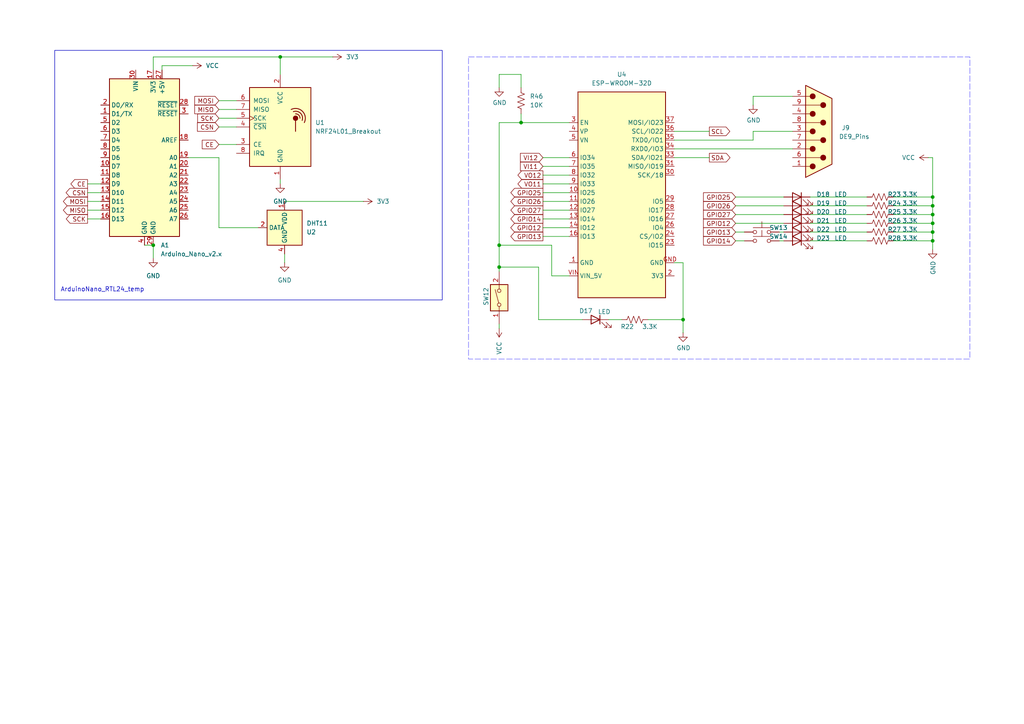
<source format=kicad_sch>
(kicad_sch (version 20250114) (generator "eeschema") (generator_version "9.0")
  (paper "A4")
  (lib_symbols
    (symbol "Add_new:ESP-WROOM-32D"
      (property "Reference" "U" (at -1.27 -2.54 0))
      (property "Value" "ESP-WROOM-32D" (at 0.508 -6.35 0))
      (symbol "ESP-WROOM-32D_1_1"
        (rectangle (start -12.7 -3.81) (end 12.7 -63.5) (stroke (width 0.254)) (fill (type background)))
        (pin input line (at -15.24 -12.7 0) (length 2.54) (name "EN") (number "3"))
        (pin input line (at -15.24 -15.24 0) (length 2.54) (name "VP") (number "4"))
        (pin input line (at -15.24 -17.78 0) (length 2.54) (name "VN") (number "5"))
        (pin input line (at -15.24 -22.86 0) (length 2.54) (name "IO34") (number "6"))
        (pin input line (at -15.24 -25.4 0) (length 2.54) (name "IO35") (number "7"))
        (pin bidirectional line (at -15.24 -27.94 0) (length 2.54) (name "IO32") (number "8"))
        (pin bidirectional line (at -15.24 -30.48 0) (length 2.54) (name "IO33") (number "9"))
        (pin bidirectional line (at -15.24 -33.02 0) (length 2.54) (name "IO25") (number "10"))
        (pin bidirectional line (at -15.24 -35.56 0) (length 2.54) (name "IO26") (number "11"))
        (pin bidirectional line (at -15.24 -38.1 0) (length 2.54) (name "IO27") (number "12"))
        (pin bidirectional line (at -15.24 -40.64 0) (length 2.54) (name "IO14") (number "13"))
        (pin bidirectional line (at -15.24 -43.18 0) (length 2.54) (name "IO12") (number "14"))
        (pin bidirectional line (at -15.24 -45.72 0) (length 2.54) (name "IO13") (number "16"))
        (pin power_in line (at -15.24 -53.34 0) (length 2.54) (name "GND") (number "1"))
        (pin power_in line (at -15.24 -57.15 0) (length 2.54) (name "VIN_5V") (number "VIN"))
        (pin no_connect line (at -12.7 -63.5 0) (length 2.54) (hide yes) (name "NC") (number "32"))
        (pin passive line (at 0 -66.04 90) (length 2.54) (hide yes) (name "GND") (number "15"))
        (pin passive line (at 0 -66.04 90) (length 2.54) (hide yes) (name "GND") (number "38"))
        (pin passive line (at 0 -66.04 90) (length 2.54) (hide yes) (name "GND") (number "39"))
        (pin bidirectional line (at 15.24 -12.7 180) (length 2.54) (name "MOSI/IO23") (number "37"))
        (pin bidirectional line (at 15.24 -15.24 180) (length 2.54) (name "SCL/IO22") (number "36"))
        (pin bidirectional line (at 15.24 -17.78 180) (length 2.54) (name "TXD0/IO1") (number "35"))
        (pin bidirectional line (at 15.24 -20.32 180) (length 2.54) (name "RXD0/IO3") (number "34"))
        (pin bidirectional line (at 15.24 -22.86 180) (length 2.54) (name "SDA/IO21") (number "33"))
        (pin bidirectional line (at 15.24 -25.4 180) (length 2.54) (name "MISO/IO19") (number "31"))
        (pin bidirectional line (at 15.24 -27.94 180) (length 2.54) (name "SCK/18") (number "30"))
        (pin bidirectional line (at 15.24 -35.56 180) (length 2.54) (name "IO5") (number "29"))
        (pin bidirectional line (at 15.24 -38.1 180) (length 2.54) (name "IO17") (number "28"))
        (pin bidirectional line (at 15.24 -40.64 180) (length 2.54) (name "IO16") (number "27"))
        (pin bidirectional line (at 15.24 -43.18 180) (length 2.54) (name "IO4") (number "26"))
        (pin bidirectional line (at 15.24 -45.72 180) (length 2.54) (name "CS/IO2") (number "24"))
        (pin bidirectional line (at 15.24 -48.26 180) (length 2.54) (name "IO15") (number "23"))
        (pin power_in line (at 15.24 -53.34 180) (length 2.54) (name "GND") (number "GND"))
        (pin power_in line (at 15.24 -57.15 180) (length 2.54) (name "3V3") (number "2"))
      )
    )
    (symbol "Connector:DE9_Pins" (pin_names (offset 1.016) (hide yes))
      (property "Reference" "J" (at 0 13.97 0))
      (property "Value" "DE9_Pins" (at 0 -14.605 0))
      (symbol "DE9_Pins_0_1"
        (polyline (pts (xy -3.81 10.16) (xy -2.54 10.16)))
        (polyline (pts (xy -3.81 7.62) (xy 0.508 7.62)))
        (polyline (pts (xy -3.81 5.08) (xy -2.54 5.08)))
        (polyline (pts (xy -3.81 2.54) (xy 0.508 2.54)))
        (polyline (pts (xy -3.81 0) (xy -2.54 0)))
        (polyline (pts (xy -3.81 -2.54) (xy 0.508 -2.54)))
        (polyline (pts (xy -3.81 -5.08) (xy -2.54 -5.08)))
        (polyline (pts (xy -3.81 -7.62) (xy 0.508 -7.62)))
        (polyline (pts (xy -3.81 -10.16) (xy -2.54 -10.16)))
        (polyline (pts (xy -3.81 -13.335) (xy -3.81 13.335) (xy 3.81 9.525) (xy 3.81 -9.525) (xy -3.81 -13.335)) (stroke (width 0.254)) (fill (type background)))
        (circle (center -1.778 10.16) (radius 0.762) (fill (type outline)))
        (circle (center -1.778 5.08) (radius 0.762) (fill (type outline)))
        (circle (center -1.778 0) (radius 0.762) (fill (type outline)))
        (circle (center -1.778 -5.08) (radius 0.762) (fill (type outline)))
        (circle (center -1.778 -10.16) (radius 0.762) (fill (type outline)))
        (circle (center 1.27 7.62) (radius 0.762) (fill (type outline)))
        (circle (center 1.27 2.54) (radius 0.762) (fill (type outline)))
        (circle (center 1.27 -2.54) (radius 0.762) (fill (type outline)))
        (circle (center 1.27 -7.62) (radius 0.762) (fill (type outline)))
      )
      (symbol "DE9_Pins_1_1"
        (pin passive line (at -7.62 10.16 0) (length 3.81) (name "5") (number "5"))
        (pin passive line (at -7.62 7.62 0) (length 3.81) (name "9") (number "9"))
        (pin passive line (at -7.62 5.08 0) (length 3.81) (name "4") (number "4"))
        (pin passive line (at -7.62 2.54 0) (length 3.81) (name "8") (number "8"))
        (pin passive line (at -7.62 0 0) (length 3.81) (name "3") (number "3"))
        (pin passive line (at -7.62 -2.54 0) (length 3.81) (name "7") (number "7"))
        (pin passive line (at -7.62 -5.08 0) (length 3.81) (name "2") (number "2"))
        (pin passive line (at -7.62 -7.62 0) (length 3.81) (name "6") (number "6"))
        (pin passive line (at -7.62 -10.16 0) (length 3.81) (name "1") (number "1"))
      )
    )
    (symbol "Device:LED" (pin_numbers (hide yes)) (pin_names (offset 1.016) (hide yes))
      (property "Reference" "D" (at 0 2.54 0))
      (property "Value" "LED" (at 0 -2.54 0))
      (symbol "LED_0_1"
        (polyline (pts (xy -3.048 -0.762) (xy -4.572 -2.286) (xy -3.81 -2.286) (xy -4.572 -2.286) (xy -4.572 -1.524)))
        (polyline (pts (xy -1.778 -0.762) (xy -3.302 -2.286) (xy -2.54 -2.286) (xy -3.302 -2.286) (xy -3.302 -1.524)))
        (polyline (pts (xy -1.27 0) (xy 1.27 0)))
        (polyline (pts (xy -1.27 -1.27) (xy -1.27 1.27)) (stroke (width 0.254)))
        (polyline (pts (xy 1.27 -1.27) (xy 1.27 1.27) (xy -1.27 0) (xy 1.27 -1.27)) (stroke (width 0.254)))
      )
      (symbol "LED_1_1"
        (pin passive line (at -3.81 0 0) (length 2.54) (name "K") (number "1"))
        (pin passive line (at 3.81 0 180) (length 2.54) (name "A") (number "2"))
      )
    )
    (symbol "Device:R_US" (pin_numbers (hide yes)) (pin_names (offset 0))
      (property "Reference" "R" (at 2.54 0 90))
      (property "Value" "R_US" (at -2.54 0 90))
      (symbol "R_US_0_1"
        (polyline (pts (xy 0 2.286) (xy 0 2.54)))
        (polyline (pts (xy 0 2.286) (xy 1.016 1.905) (xy 0 1.524) (xy -1.016 1.143) (xy 0 0.762)))
        (polyline (pts (xy 0 0.762) (xy 1.016 0.381) (xy 0 0) (xy -1.016 -0.381) (xy 0 -0.762)))
        (polyline (pts (xy 0 -0.762) (xy 1.016 -1.143) (xy 0 -1.524) (xy -1.016 -1.905) (xy 0 -2.286)))
        (polyline (pts (xy 0 -2.286) (xy 0 -2.54)))
      )
      (symbol "R_US_1_1"
        (pin passive line (at 0 3.81 270) (length 1.27) (name "~") (number "1"))
        (pin passive line (at 0 -3.81 90) (length 1.27) (name "~") (number "2"))
      )
    )
    (symbol "MCU_Module:Arduino_Nano_v2.x"
      (property "Reference" "A" (at -10.16 23.495 0))
      (property "Value" "Arduino_Nano_v2.x" (at 5.08 -24.13 0))
      (symbol "Arduino_Nano_v2.x_0_1"
        (rectangle (start -10.16 22.86) (end 10.16 -22.86) (stroke (width 0.254)) (fill (type background)))
      )
      (symbol "Arduino_Nano_v2.x_1_1"
        (pin bidirectional line (at -12.7 15.24 0) (length 2.54) (name "D0/RX") (number "2"))
        (pin bidirectional line (at -12.7 12.7 0) (length 2.54) (name "D1/TX") (number "1"))
        (pin bidirectional line (at -12.7 10.16 0) (length 2.54) (name "D2") (number "5"))
        (pin bidirectional line (at -12.7 7.62 0) (length 2.54) (name "D3") (number "6"))
        (pin bidirectional line (at -12.7 5.08 0) (length 2.54) (name "D4") (number "7"))
        (pin bidirectional line (at -12.7 2.54 0) (length 2.54) (name "D5") (number "8"))
        (pin bidirectional line (at -12.7 0 0) (length 2.54) (name "D6") (number "9"))
        (pin bidirectional line (at -12.7 -2.54 0) (length 2.54) (name "D7") (number "10"))
        (pin bidirectional line (at -12.7 -5.08 0) (length 2.54) (name "D8") (number "11"))
        (pin bidirectional line (at -12.7 -7.62 0) (length 2.54) (name "D9") (number "12"))
        (pin bidirectional line (at -12.7 -10.16 0) (length 2.54) (name "D10") (number "13"))
        (pin bidirectional line (at -12.7 -12.7 0) (length 2.54) (name "D11") (number "14"))
        (pin bidirectional line (at -12.7 -15.24 0) (length 2.54) (name "D12") (number "15"))
        (pin bidirectional line (at -12.7 -17.78 0) (length 2.54) (name "D13") (number "16"))
        (pin power_in line (at -2.54 25.4 270) (length 2.54) (name "VIN") (number "30"))
        (pin power_in line (at 0 -25.4 90) (length 2.54) (name "GND") (number "4"))
        (pin power_out line (at 2.54 25.4 270) (length 2.54) (name "3V3") (number "17"))
        (pin power_in line (at 2.54 -25.4 90) (length 2.54) (name "GND") (number "29"))
        (pin power_out line (at 5.08 25.4 270) (length 2.54) (name "+5V") (number "27"))
        (pin input line (at 12.7 15.24 180) (length 2.54) (name "~{RESET}") (number "28"))
        (pin input line (at 12.7 12.7 180) (length 2.54) (name "~{RESET}") (number "3"))
        (pin input line (at 12.7 5.08 180) (length 2.54) (name "AREF") (number "18"))
        (pin bidirectional line (at 12.7 0 180) (length 2.54) (name "A0") (number "19"))
        (pin bidirectional line (at 12.7 -2.54 180) (length 2.54) (name "A1") (number "20"))
        (pin bidirectional line (at 12.7 -5.08 180) (length 2.54) (name "A2") (number "21"))
        (pin bidirectional line (at 12.7 -7.62 180) (length 2.54) (name "A3") (number "22"))
        (pin bidirectional line (at 12.7 -10.16 180) (length 2.54) (name "A4") (number "23"))
        (pin bidirectional line (at 12.7 -12.7 180) (length 2.54) (name "A5") (number "24"))
        (pin bidirectional line (at 12.7 -15.24 180) (length 2.54) (name "A6") (number "25"))
        (pin bidirectional line (at 12.7 -17.78 180) (length 2.54) (name "A7") (number "26"))
      )
    )
    (symbol "RF:NRF24L01_Breakout" (pin_names (offset 1.016))
      (property "Reference" "U" (at -8.89 12.7 0))
      (property "Value" "NRF24L01_Breakout" (at 3.81 12.7 0))
      (symbol "NRF24L01_Breakout_0_1"
        (rectangle (start -8.89 11.43) (end 8.89 -11.43) (stroke (width 0.254)) (fill (type background)))
        (arc (start 3.175 5.08) (mid 6.453 4.548) (end 6.985 1.27) (stroke (width 0.254)))
        (circle (center 4.445 2.54) (radius 0.635) (stroke (width 0.254)) (fill (type outline)))
        (polyline (pts (xy 4.445 1.905) (xy 4.445 -1.27)) (stroke (width 0.254)))
        (arc (start 3.81 4.445) (mid 5.8835 3.9785) (end 6.35 1.905) (stroke (width 0.254)))
        (arc (start 4.445 3.81) (mid 5.3558 3.4508) (end 5.715 2.54) (stroke (width 0.254)))
      )
      (symbol "NRF24L01_Breakout_1_1"
        (pin input line (at -12.7 7.62 0) (length 3.81) (name "MOSI") (number "6"))
        (pin output line (at -12.7 5.08 0) (length 3.81) (name "MISO") (number "7"))
        (pin input clock (at -12.7 2.54 0) (length 3.81) (name "SCK") (number "5"))
        (pin input line (at -12.7 0 0) (length 3.81) (name "~{CSN}") (number "4"))
        (pin input line (at -12.7 -5.08 0) (length 3.81) (name "CE") (number "3"))
        (pin output line (at -12.7 -7.62 0) (length 3.81) (name "IRQ") (number "8"))
        (pin power_in line (at 0 15.24 270) (length 3.81) (name "VCC") (number "2"))
        (pin power_in line (at 0 -15.24 90) (length 3.81) (name "GND") (number "1"))
      )
    )
    (symbol "Sensor:DHT11"
      (property "Reference" "U" (at -3.81 6.35 0))
      (property "Value" "DHT11" (at 3.81 6.35 0))
      (symbol "DHT11_0_1"
        (rectangle (start -5.08 5.08) (end 5.08 -5.08) (stroke (width 0.254)) (fill (type background)))
      )
      (symbol "DHT11_1_1"
        (pin no_connect line (at -5.08 0 0) (length 2.54) (hide yes) (name "NC") (number "3"))
        (pin power_in line (at 0 7.62 270) (length 2.54) (name "VDD") (number "1"))
        (pin power_in line (at 0 -7.62 90) (length 2.54) (name "GND") (number "4"))
        (pin bidirectional line (at 7.62 0 180) (length 2.54) (name "DATA") (number "2"))
      )
    )
    (symbol "Switch:SW_DIP_x01" (pin_names (offset 0) (hide yes))
      (property "Reference" "SW" (at 0 3.81 0))
      (property "Value" "SW_DIP_x01" (at 0 -3.81 0))
      (symbol "SW_DIP_x01_0_0"
        (circle (center -2.032 0) (radius 0.508))
        (polyline (pts (xy -1.524 0.127) (xy 2.3622 1.1684)))
        (circle (center 2.032 0) (radius 0.508))
      )
      (symbol "SW_DIP_x01_0_1"
        (rectangle (start -3.81 2.54) (end 3.81 -2.54) (stroke (width 0.254)) (fill (type background)))
      )
      (symbol "SW_DIP_x01_1_1"
        (pin passive line (at -7.62 0 0) (length 5.08) (name "~") (number "1"))
        (pin passive line (at 7.62 0 180) (length 5.08) (name "~") (number "2"))
      )
    )
    (symbol "Switch:SW_Push" (pin_numbers (hide yes)) (pin_names (offset 1.016) (hide yes))
      (property "Reference" "SW" (at 1.27 2.54 0))
      (property "Value" "SW_Push" (at 0 -1.524 0))
      (symbol "SW_Push_0_1"
        (circle (center -2.032 0) (radius 0.508))
        (polyline (pts (xy 0 1.27) (xy 0 3.048)))
        (circle (center 2.032 0) (radius 0.508))
        (polyline (pts (xy 2.54 1.27) (xy -2.54 1.27)))
        (pin passive line (at -5.08 0 0) (length 2.54) (name "1") (number "1"))
        (pin passive line (at 5.08 0 180) (length 2.54) (name "2") (number "2"))
      )
    )
    (symbol "power:GND" (power) (pin_numbers (hide yes)) (pin_names (offset 0) (hide yes))
      (property "Value" "GND" (at 0 -3.81 0))
      (symbol "GND_0_1"
        (polyline (pts (xy 0 0) (xy 0 -1.27) (xy 1.27 -1.27) (xy 0 -2.54) (xy -1.27 -1.27) (xy 0 -1.27)))
      )
      (symbol "GND_1_1"
        (pin power_in line (at 0 0 270) (length 0) (name "~") (number "1"))
      )
    )
    (symbol "power:VCC" (power) (pin_numbers (hide yes)) (pin_names (offset 0) (hide yes))
      (property "Value" "VCC" (at 0 3.556 0))
      (symbol "VCC_0_1"
        (polyline (pts (xy -0.762 1.27) (xy 0 2.54)))
        (polyline (pts (xy 0 2.54) (xy 0.762 1.27)))
        (polyline (pts (xy 0 0) (xy 0 2.54)))
      )
      (symbol "VCC_1_1"
        (pin power_in line (at 0 0 90) (length 0) (name "~") (number "1"))
      )
    )
  )
  (rectangle (start 135.89 16.51) (end 281.305 104.14) (stroke (width 0) (type dash) (color 99 93 255 1)))
  (rectangle (start 15.875 14.605) (end 128.27 86.995))
  (text "ArduinoNano_RTL24_temp" (at 29.718 84.074 0) (effects (font (size 1.27 1.27))))
  (junction (at 44.45 71.12))
  (junction (at 144.78 71.12))
  (junction (at 270.51 69.85))
  (junction (at 151.13 35.56))
  (junction (at 270.51 64.77))
  (junction (at 270.51 57.15))
  (junction (at 81.28 16.51))
  (junction (at 144.78 77.47))
  (junction (at 270.51 67.31))
  (junction (at 270.51 62.23))
  (junction (at 270.51 59.69))
  (junction (at 198.12 92.71))
  (wire (pts (xy 165.1 53.34) (xy 157.48 53.34)))
  (wire (pts (xy 259.08 62.23) (xy 270.51 62.23)))
  (wire (pts (xy 25.4 55.88) (xy 29.21 55.88)))
  (wire (pts (xy 187.96 92.71) (xy 198.12 92.71)))
  (wire (pts (xy 213.36 64.77) (xy 227.33 64.77)))
  (wire (pts (xy 63.5 45.72) (xy 63.5 66.04)))
  (wire (pts (xy 168.91 92.71) (xy 156.21 92.71)))
  (wire (pts (xy 195.58 38.1) (xy 205.74 38.1)))
  (wire (pts (xy 195.58 45.72) (xy 205.74 45.72)))
  (wire (pts (xy 218.44 38.1) (xy 218.44 40.64)))
  (wire (pts (xy 25.4 63.5) (xy 29.21 63.5)))
  (wire (pts (xy 218.44 27.94) (xy 229.87 27.94)))
  (wire (pts (xy 63.5 29.21) (xy 68.58 29.21)))
  (wire (pts (xy 234.95 69.85) (xy 251.46 69.85)))
  (wire (pts (xy 144.78 77.47) (xy 144.78 71.12)))
  (wire (pts (xy 41.91 71.12) (xy 44.45 71.12)))
  (wire (pts (xy 144.78 35.56) (xy 144.78 71.12)))
  (wire (pts (xy 165.1 48.26) (xy 157.48 48.26)))
  (wire (pts (xy 81.28 52.07) (xy 81.28 53.34)))
  (wire (pts (xy 270.51 67.31) (xy 270.51 69.85)))
  (wire (pts (xy 156.21 92.71) (xy 156.21 77.47)))
  (wire (pts (xy 259.08 64.77) (xy 270.51 64.77)))
  (wire (pts (xy 157.4551 66.04) (xy 165.1 66.04)))
  (wire (pts (xy 25.4 60.96) (xy 29.21 60.96)))
  (wire (pts (xy 218.44 27.94) (xy 218.44 30.48)))
  (wire (pts (xy 63.5 31.75) (xy 68.58 31.75)))
  (wire (pts (xy 151.13 25.4) (xy 151.13 21.59)))
  (wire (pts (xy 270.51 64.77) (xy 270.51 67.31)))
  (wire (pts (xy 259.08 67.31) (xy 270.51 67.31)))
  (wire (pts (xy 259.08 57.15) (xy 270.51 57.15)))
  (wire (pts (xy 144.78 71.12) (xy 160.02 71.12)))
  (wire (pts (xy 213.36 59.69) (xy 227.33 59.69)))
  (wire (pts (xy 25.4 58.42) (xy 29.21 58.42)))
  (wire (pts (xy 44.45 20.32) (xy 44.45 16.51)))
  (wire (pts (xy 226.06 67.31) (xy 227.33 67.31)))
  (wire (pts (xy 213.36 67.31) (xy 215.9 67.31)))
  (wire (pts (xy 195.58 76.2) (xy 198.12 76.2)))
  (wire (pts (xy 54.61 45.72) (xy 63.5 45.72)))
  (wire (pts (xy 270.51 45.72) (xy 269.24 45.72)))
  (wire (pts (xy 213.36 69.85) (xy 215.9 69.85)))
  (wire (pts (xy 213.36 62.23) (xy 227.33 62.23)))
  (wire (pts (xy 63.5 66.04) (xy 74.93 66.04)))
  (wire (pts (xy 63.5 36.83) (xy 68.58 36.83)))
  (wire (pts (xy 151.13 33.02) (xy 151.13 35.56)))
  (wire (pts (xy 82.55 73.66) (xy 82.55 76.2)))
  (wire (pts (xy 144.78 77.47) (xy 156.21 77.47)))
  (wire (pts (xy 218.44 38.1) (xy 229.87 38.1)))
  (wire (pts (xy 165.1 50.8) (xy 157.48 50.8)))
  (wire (pts (xy 81.28 16.51) (xy 96.52 16.51)))
  (wire (pts (xy 213.36 57.15) (xy 227.33 57.15)))
  (wire (pts (xy 165.1 55.88) (xy 157.48 55.88)))
  (wire (pts (xy 195.58 40.64) (xy 218.44 40.64)))
  (wire (pts (xy 157.48 63.5) (xy 165.1 63.5)))
  (wire (pts (xy 44.45 71.12) (xy 44.45 74.93)))
  (wire (pts (xy 81.28 16.51) (xy 81.28 21.59)))
  (wire (pts (xy 144.78 21.59) (xy 144.78 25.4)))
  (wire (pts (xy 165.1 60.96) (xy 157.48 60.96)))
  (wire (pts (xy 270.51 59.69) (xy 270.51 62.23)))
  (wire (pts (xy 157.48 68.58) (xy 165.1 68.58)))
  (wire (pts (xy 234.95 64.77) (xy 251.46 64.77)))
  (wire (pts (xy 176.53 92.71) (xy 180.34 92.71)))
  (wire (pts (xy 157.48 58.42) (xy 165.1 58.42)))
  (wire (pts (xy 151.13 21.59) (xy 144.78 21.59)))
  (wire (pts (xy 198.12 76.2) (xy 198.12 92.71)))
  (wire (pts (xy 44.45 16.51) (xy 81.28 16.51)))
  (wire (pts (xy 195.58 43.18) (xy 229.87 43.18)))
  (wire (pts (xy 234.95 67.31) (xy 251.46 67.31)))
  (wire (pts (xy 144.78 78.74) (xy 144.78 77.47)))
  (wire (pts (xy 63.5 34.29) (xy 68.58 34.29)))
  (wire (pts (xy 160.02 80.01) (xy 165.1 80.01)))
  (wire (pts (xy 198.12 92.71) (xy 198.12 96.52)))
  (wire (pts (xy 270.51 62.23) (xy 270.51 64.77)))
  (wire (pts (xy 25.4 53.34) (xy 29.21 53.34)))
  (wire (pts (xy 259.08 59.69) (xy 270.51 59.69)))
  (wire (pts (xy 63.5 41.91) (xy 68.58 41.91)))
  (wire (pts (xy 234.95 57.15) (xy 251.46 57.15)))
  (wire (pts (xy 234.95 59.69) (xy 251.46 59.69)))
  (wire (pts (xy 270.51 57.15) (xy 270.51 59.69)))
  (wire (pts (xy 234.95 62.23) (xy 251.46 62.23)))
  (wire (pts (xy 144.78 95.25) (xy 144.78 93.98)))
  (wire (pts (xy 259.08 69.85) (xy 270.51 69.85)))
  (wire (pts (xy 46.99 19.05) (xy 46.99 20.32)))
  (wire (pts (xy 151.13 35.56) (xy 144.78 35.56)))
  (wire (pts (xy 270.51 45.72) (xy 270.51 57.15)))
  (wire (pts (xy 82.55 58.42) (xy 105.41 58.42)))
  (wire (pts (xy 165.1 35.56) (xy 151.13 35.56)))
  (wire (pts (xy 160.02 71.12) (xy 160.02 80.01)))
  (wire (pts (xy 226.06 69.85) (xy 227.33 69.85)))
  (wire (pts (xy 165.1 45.72) (xy 157.48 45.72)))
  (wire (pts (xy 55.88 19.05) (xy 46.99 19.05)))
  (wire (pts (xy 270.51 69.85) (xy 270.51 72.39)))
  (global_label "VO11" (shape output) (at 157.48 53.34 180) (property "Intersheetrefs" "${INTERSHEET_REFS}" (effects (hide yes))))
  (global_label "MOSI" (shape output) (at 25.4 58.42 180) (property "Intersheetrefs" "${INTERSHEET_REFS}" (effects (hide yes))))
  (global_label "CSN" (shape input) (at 63.5 36.83 180) (property "Intersheetrefs" "${INTERSHEET_REFS}" (effects (hide yes))))
  (global_label "MISO" (shape input) (at 63.5 31.75 180) (property "Intersheetrefs" "${INTERSHEET_REFS}" (effects (hide yes))))
  (global_label "GPIO25" (shape input) (at 213.36 57.15 180) (property "Intersheetrefs" "${INTERSHEET_REFS}" (effects (hide yes))))
  (global_label "MISO" (shape output) (at 25.4 60.96 180) (property "Intersheetrefs" "${INTERSHEET_REFS}" (effects (hide yes))))
  (global_label "GPIO12" (shape input) (at 213.36 64.77 180) (property "Intersheetrefs" "${INTERSHEET_REFS}" (effects (hide yes))))
  (global_label "GPIO14" (shape output) (at 157.48 63.5 180) (property "Intersheetrefs" "${INTERSHEET_REFS}" (effects (hide yes))))
  (global_label "SDA" (shape output) (at 205.74 45.72 0) (property "Intersheetrefs" "${INTERSHEET_REFS}" (effects (hide yes))))
  (global_label "VI11" (shape input) (at 157.48 48.26 180) (property "Intersheetrefs" "${INTERSHEET_REFS}" (effects (hide yes))))
  (global_label "MOSI" (shape input) (at 63.5 29.21 180) (property "Intersheetrefs" "${INTERSHEET_REFS}" (effects (hide yes))))
  (global_label "SCL" (shape output) (at 205.74 38.1 0) (property "Intersheetrefs" "${INTERSHEET_REFS}" (effects (hide yes))))
  (global_label "GPIO13" (shape input) (at 213.36 67.31 180) (property "Intersheetrefs" "${INTERSHEET_REFS}" (effects (hide yes))))
  (global_label "GPIO13" (shape output) (at 157.48 68.58 180) (property "Intersheetrefs" "${INTERSHEET_REFS}" (effects (hide yes))))
  (global_label "VO12" (shape output) (at 157.48 50.8 180) (property "Intersheetrefs" "${INTERSHEET_REFS}" (effects (hide yes))))
  (global_label "CE" (shape input) (at 63.5 41.91 180) (property "Intersheetrefs" "${INTERSHEET_REFS}" (effects (hide yes))))
  (global_label "SCK" (shape output) (at 25.4 63.5 180) (property "Intersheetrefs" "${INTERSHEET_REFS}" (effects (hide yes))))
  (global_label "GPIO14" (shape input) (at 213.36 69.85 180) (property "Intersheetrefs" "${INTERSHEET_REFS}" (effects (hide yes))))
  (global_label "GPIO26" (shape input) (at 213.36 59.69 180) (property "Intersheetrefs" "${INTERSHEET_REFS}" (effects (hide yes))))
  (global_label "VI12" (shape input) (at 157.48 45.72 180) (property "Intersheetrefs" "${INTERSHEET_REFS}" (effects (hide yes))))
  (global_label "SCK" (shape input) (at 63.5 34.29 180) (property "Intersheetrefs" "${INTERSHEET_REFS}" (effects (hide yes))))
  (global_label "GPIO12" (shape output) (at 157.4551 66.04 180) (property "Intersheetrefs" "${INTERSHEET_REFS}" (effects (hide yes))))
  (global_label "GPIO26" (shape output) (at 157.48 58.42 180) (property "Intersheetrefs" "${INTERSHEET_REFS}" (effects (hide yes))))
  (global_label "GPIO27" (shape output) (at 157.48 60.96 180) (property "Intersheetrefs" "${INTERSHEET_REFS}" (effects (hide yes))))
  (global_label "CSN" (shape output) (at 25.4 55.88 180) (property "Intersheetrefs" "${INTERSHEET_REFS}" (effects (hide yes))))
  (global_label "GPIO27" (shape input) (at 213.36 62.23 180) (property "Intersheetrefs" "${INTERSHEET_REFS}" (effects (hide yes))))
  (global_label "CE" (shape output) (at 25.4 53.34 180) (property "Intersheetrefs" "${INTERSHEET_REFS}" (effects (hide yes))))
  (global_label "GPIO25" (shape output) (at 157.48 55.88 180) (property "Intersheetrefs" "${INTERSHEET_REFS}" (effects (hide yes))))
  (symbol (lib_id "power:VCC") (at 269.24 45.72 90) (mirror x) (unit 1)
    (property "Reference" "#PWR" (effects (hide yes)))
    (property "Value" "VCC" (at 265.43 45.72 90) (effects (justify left)))
    (instances (project "atmega328p_base" (path "" (reference "#PWR030") (unit 1))))
  )
  (symbol (lib_id "power:GND") (at 270.51 72.39 0) (unit 1)
    (property "Reference" "#PWR" (effects (hide yes)))
    (property "Value" "GND" (at 270.637 75.6412 90) (effects (justify right)))
    (instances (project "atmega328p_base" (path "" (reference "#PWR032") (unit 1))))
  )
  (symbol (lib_id "Switch:SW_Push") (at 220.98 69.85 0) (unit 1)
    (property "Reference" "SW3" (at 225.806 68.58 0))
    (property "Value" "SW_Push" (effects (hide yes)))
    (property "Footprint" "Button_Switch_THT:SW_DIP_SPSTx01_Slide_6.7x4.1mm_W7.62mm_P2.54mm_LowProfile" (effects (hide yes)))
    (property "Description" "Push button switch, generic, two pins" (effects (hide yes)))
    (instances (project "atmega328p_base" (path "" (reference "SW14") (unit 1))) (project "" (path "" (reference "SW3") (unit 1))))
  )
  (symbol (lib_id "Device:LED") (at 231.14 69.85 0) (mirror y) (unit 1)
    (property "Reference" "D7" (at 238.76 69.088 0))
    (property "Value" "LED" (at 243.84 69.088 0))
    (property "Footprint" "LED_THT:LED_D3.0mm_Horizontal_O1.27mm_Z2.0mm" (effects (hide yes)))
    (property "Description" "Light emitting diode" (effects (hide yes)))
    (property "Sim.Pins" "1=K 2=A" (effects (hide yes)))
    (instances (project "atmega328p_base" (path "" (reference "D23") (unit 1))) (project "" (path "" (reference "D7") (unit 1))))
  )
  (symbol (lib_id "power:GND") (at 81.28 53.34 0) (unit 1)
    (property "Reference" "#PWR?" (effects (hide yes)))
    (property "Value" "GND" (at 81.28 58.42 0))
    (property "Description" "Power symbol creates a global label with name \"GND\" , ground" (effects (hide yes)))
  )
  (symbol (lib_id "Device:LED") (at 172.72 92.71 0) (mirror y) (unit 1)
    (property "Reference" "D1" (at 169.926 90.17 0))
    (property "Value" "LED" (at 175.26 90.424 0))
    (property "Footprint" "LED_THT:LED_D3.0mm_Horizontal_O1.27mm_Z2.0mm" (effects (hide yes)))
    (property "Description" "Light emitting diode" (effects (hide yes)))
    (property "Sim.Pins" "1=K 2=A" (effects (hide yes)))
    (instances (project "avr_test_kit" (path "" (reference "D17") (unit 1))) (project "" (path "" (reference "D1") (unit 1))))
  )
  (symbol (lib_id "power:VCC") (at 105.41 58.42 270) (unit 1)
    (property "Reference" "#PWR?" (effects (hide yes)))
    (property "Value" "3V3" (at 109.22 58.4199 90) (effects (justify left)))
    (property "Description" "Power symbol creates a global label with name \"VCC\"" (effects (hide yes)))
  )
  (symbol (lib_id "MCU_Module:Arduino_Nano_v2.x") (at 41.91 45.72 0) (unit 1)
    (property "Reference" "A1" (at 46.5933 71.12 0) (effects (justify left)))
    (property "Value" "Arduino_Nano_v2.x" (at 46.5933 73.66 0) (effects (justify left)))
    (property "Footprint" "Module:Arduino_Nano" (effects (hide yes)))
    (property "Datasheet" "https://www.arduino.cc/en/uploads/Main/ArduinoNanoManual23.pdf" (effects (hide yes)))
    (property "Description" "Arduino Nano v2.x" (effects (hide yes)))
  )
  (symbol (lib_id "Device:R_US") (at 255.27 69.85 90) (unit 1)
    (property "Reference" "R8" (at 261.366 69.088 90) (effects (justify left)))
    (property "Value" "3.3K" (at 266.192 69.088 90) (effects (justify left)))
    (property "Footprint" "Resistor_THT:R_Axial_DIN0204_L3.6mm_D1.6mm_P5.08mm_Horizontal" (effects (hide yes)))
    (instances (project "atmega328p_base" (path "" (reference "R28") (unit 1))) (project "" (path "" (reference "R8") (unit 1))))
  )
  (symbol (lib_id "Device:R_US") (at 255.27 62.23 90) (unit 1)
    (property "Reference" "R5" (at 261.366 61.468 90) (effects (justify left)))
    (property "Value" "3.3K" (at 266.192 61.468 90) (effects (justify left)))
    (property "Footprint" "Resistor_THT:R_Axial_DIN0204_L3.6mm_D1.6mm_P5.08mm_Horizontal" (effects (hide yes)))
    (instances (project "atmega328p_base" (path "" (reference "R25") (unit 1))) (project "" (path "" (reference "R5") (unit 1))))
  )
  (symbol (lib_id "power:VCC") (at 96.52 16.51 270) (unit 1)
    (property "Reference" "#PWR?" (effects (hide yes)))
    (property "Value" "3V3" (at 100.33 16.5099 90) (effects (justify left)))
    (property "Description" "Power symbol creates a global label with name \"VCC\"" (effects (hide yes)))
  )
  (symbol (lib_id "Device:LED") (at 231.14 67.31 0) (mirror y) (unit 1)
    (property "Reference" "D6" (at 238.76 66.548 0))
    (property "Value" "LED" (at 243.84 66.548 0))
    (property "Footprint" "LED_THT:LED_D3.0mm_Horizontal_O1.27mm_Z2.0mm" (effects (hide yes)))
    (property "Description" "Light emitting diode" (effects (hide yes)))
    (property "Sim.Pins" "1=K 2=A" (effects (hide yes)))
    (instances (project "atmega328p_base" (path "" (reference "D22") (unit 1))) (project "" (path "" (reference "D6") (unit 1))))
  )
  (symbol (lib_id "power:GND") (at 144.78 25.4 0) (unit 1)
    (property "Reference" "#PWR" (effects (hide yes)))
    (property "Value" "GND" (at 144.907 29.7942 0))
    (instances (project "avr_test_kit" (path "" (reference "#PWR041") (unit 1))))
  )
  (symbol (lib_id "Device:LED") (at 231.14 57.15 0) (mirror y) (unit 1)
    (property "Reference" "D2" (at 238.76 56.388 0))
    (property "Value" "LED" (at 243.84 56.388 0))
    (property "Footprint" "LED_THT:LED_D3.0mm_Horizontal_O1.27mm_Z2.0mm" (effects (hide yes)))
    (property "Description" "Light emitting diode" (effects (hide yes)))
    (property "Sim.Pins" "1=K 2=A" (effects (hide yes)))
    (instances (project "atmega328p_base" (path "" (reference "D18") (unit 1))) (project "" (path "" (reference "D2") (unit 1))))
  )
  (symbol (lib_id "Device:R_US") (at 255.27 59.69 90) (unit 1)
    (property "Reference" "R4" (at 261.366 58.928 90) (effects (justify left)))
    (property "Value" "3.3K" (at 266.192 58.928 90) (effects (justify left)))
    (property "Footprint" "Resistor_THT:R_Axial_DIN0204_L3.6mm_D1.6mm_P5.08mm_Horizontal" (effects (hide yes)))
    (instances (project "atmega328p_base" (path "" (reference "R24") (unit 1))) (project "" (path "" (reference "R4") (unit 1))))
  )
  (symbol (lib_id "Device:R_US") (at 255.27 57.15 90) (unit 1)
    (property "Reference" "R3" (at 261.366 56.388 90) (effects (justify left)))
    (property "Value" "3.3K" (at 266.192 56.388 90) (effects (justify left)))
    (property "Footprint" "Resistor_THT:R_Axial_DIN0204_L3.6mm_D1.6mm_P5.08mm_Horizontal" (effects (hide yes)))
    (instances (project "atmega328p_base" (path "" (reference "R23") (unit 1))) (project "" (path "" (reference "R3") (unit 1))))
  )
  (symbol (lib_id "Connector:DE9_Pins") (at 237.49 38.1 0) (unit 1)
    (property "Reference" "J1" (at 244.094 37.084 0) (effects (justify left)))
    (property "Value" "DE9_Pins" (at 243.332 39.624 0) (effects (justify left)))
    (property "Footprint" "Connector_Dsub:DSUB-9_Pins_Vertical_P2.77x2.84mm_MountingHoles" (effects (hide yes)))
    (property "Description" "9-pin D-SUB connector, pins (male)" (effects (hide yes)))
    (instances (project "" (path "" (reference "J9") (unit 1))) (project "" (path "" (reference "J1") (unit 1))))
  )
  (symbol (lib_id "power:GND") (at 198.12 96.52 0) (unit 1)
    (property "Reference" "#PWR" (effects (hide yes)))
    (property "Value" "GND" (at 198.247 100.9142 0))
    (instances (project "avr_test_kit" (path "" (reference "#PWR027") (unit 1))))
  )
  (symbol (lib_id "power:VCC") (at 144.78 95.25 0) (mirror x) (unit 1)
    (property "Reference" "#PWR" (effects (hide yes)))
    (property "Value" "VCC" (at 144.78 99.06 90) (effects (justify left)))
    (instances (project "avr_test_kit" (path "" (reference "#PWR024") (unit 1))))
  )
  (symbol (lib_id "Device:R_US") (at 184.15 92.71 90) (unit 1)
    (property "Reference" "R2" (at 183.896 94.742 90) (effects (justify left)))
    (property "Value" "3.3K" (at 190.754 94.742 90) (effects (justify left)))
    (property "Footprint" "Resistor_THT:R_Axial_DIN0204_L3.6mm_D1.6mm_P5.08mm_Horizontal" (effects (hide yes)))
    (instances (project "avr_test_kit" (path "" (reference "R22") (unit 1))) (project "" (path "" (reference "R2") (unit 1))))
  )
  (symbol (lib_id "Device:LED") (at 231.14 64.77 0) (mirror y) (unit 1)
    (property "Reference" "D5" (at 238.76 64.008 0))
    (property "Value" "LED" (at 243.84 64.008 0))
    (property "Footprint" "LED_THT:LED_D3.0mm_Horizontal_O1.27mm_Z2.0mm" (effects (hide yes)))
    (property "Description" "Light emitting diode" (effects (hide yes)))
    (property "Sim.Pins" "1=K 2=A" (effects (hide yes)))
    (instances (project "atmega328p_base" (path "" (reference "D21") (unit 1))) (project "" (path "" (reference "D5") (unit 1))))
  )
  (symbol (lib_id "RF:NRF24L01_Breakout") (at 81.28 36.83 0) (unit 1)
    (property "Reference" "U1" (at 91.44 35.5599 0) (effects (justify left)))
    (property "Value" "NRF24L01_Breakout" (at 91.44 38.0999 0) (effects (justify left)))
    (property "Footprint" "RF_Module:nRF24L01_Breakout" (effects (hide yes)))
    (property "Datasheet" "http://www.nordicsemi.com/eng/content/download/2730/34105/file/nRF24L01_Product_Specification_v2_0.pdf" (effects (hide yes)))
    (property "Description" "Ultra low power 2.4GHz RF Transceiver, Carrier PCB" (effects (hide yes)))
  )
  (symbol (lib_id "Device:R_US") (at 151.13 29.21 0) (unit 1)
    (property "Reference" "R1" (at 153.67 27.9399 0) (effects (justify left)))
    (property "Value" "10K" (at 153.67 30.4799 0) (effects (justify left)))
    (property "Description" "Resistor, US symbol" (effects (hide yes)))
    (instances (project "" (path "" (reference "R46") (unit 1))) (project "" (path "" (reference "R1") (unit 1))))
  )
  (symbol (lib_id "Add_new:ESP-WROOM-32D") (at 180.34 22.86 0) (unit 1)
    (property "Reference" "U3" (at 180.34 21.59 0))
    (property "Value" "ESP-WROOM-32D" (at 180.34 24.13 0))
    (instances (project "" (path "" (reference "U4") (unit 1))) (project "" (path "" (reference "U3") (unit 1))))
  )
  (symbol (lib_id "Device:LED") (at 231.14 59.69 0) (mirror y) (unit 1)
    (property "Reference" "D3" (at 238.76 58.928 0))
    (property "Value" "LED" (at 243.84 58.928 0))
    (property "Footprint" "LED_THT:LED_D3.0mm_Horizontal_O1.27mm_Z2.0mm" (effects (hide yes)))
    (property "Description" "Light emitting diode" (effects (hide yes)))
    (property "Sim.Pins" "1=K 2=A" (effects (hide yes)))
    (instances (project "atmega328p_base" (path "" (reference "D19") (unit 1))) (project "" (path "" (reference "D3") (unit 1))))
  )
  (symbol (lib_id "Switch:SW_Push") (at 220.98 67.31 0) (unit 1)
    (property "Reference" "SW2" (at 225.806 66.04 0))
    (property "Value" "SW_Push" (effects (hide yes)))
    (property "Footprint" "Button_Switch_THT:SW_DIP_SPSTx01_Slide_6.7x4.1mm_W7.62mm_P2.54mm_LowProfile" (effects (hide yes)))
    (property "Description" "Push button switch, generic, two pins" (effects (hide yes)))
    (instances (project "atmega328p_base" (path "" (reference "SW13") (unit 1))) (project "" (path "" (reference "SW2") (unit 1))))
  )
  (symbol (lib_id "Device:LED") (at 231.14 62.23 0) (mirror y) (unit 1)
    (property "Reference" "D4" (at 238.76 61.468 0))
    (property "Value" "LED" (at 243.84 61.468 0))
    (property "Footprint" "LED_THT:LED_D3.0mm_Horizontal_O1.27mm_Z2.0mm" (effects (hide yes)))
    (property "Description" "Light emitting diode" (effects (hide yes)))
    (property "Sim.Pins" "1=K 2=A" (effects (hide yes)))
    (instances (project "atmega328p_base" (path "" (reference "D20") (unit 1))) (project "" (path "" (reference "D4") (unit 1))))
  )
  (symbol (lib_id "Sensor:DHT11") (at 82.55 66.04 0) (mirror y) (unit 1)
    (property "Reference" "U2" (at 88.9 67.3101 0) (effects (justify right)))
    (property "Value" "DHT11" (at 88.9 64.7701 0) (effects (justify right)))
    (property "Footprint" "Sensor:Aosong_DHT11_5.5x12.0_P2.54mm" (effects (hide yes)))
    (property "Datasheet" "http://akizukidenshi.com/download/ds/aosong/DHT11.pdf" (effects (hide yes)))
    (property "Description" "3.3V to 5.5V, temperature and humidity module, DHT11" (effects (hide yes)))
  )
  (symbol (lib_id "power:GND") (at 82.55 76.2 0) (unit 1)
    (property "Reference" "#PWR?" (effects (hide yes)))
    (property "Value" "GND" (at 82.55 81.28 0))
    (property "Description" "Power symbol creates a global label with name \"GND\" , ground" (effects (hide yes)))
  )
  (symbol (lib_id "power:GND") (at 44.45 74.93 0) (unit 1)
    (property "Reference" "#PWR?" (effects (hide yes)))
    (property "Value" "GND" (at 44.45 80.01 0))
    (property "Description" "Power symbol creates a global label with name \"GND\" , ground" (effects (hide yes)))
  )
  (symbol (lib_id "power:GND") (at 218.44 30.48 0) (unit 1)
    (property "Reference" "#PWR" (effects (hide yes)))
    (property "Value" "GND" (at 218.567 34.8742 0))
    (instances (project "atmega328p_base" (path "" (reference "#PWR029") (unit 1))))
  )
  (symbol (lib_id "Device:R_US") (at 255.27 67.31 90) (unit 1)
    (property "Reference" "R7" (at 261.366 66.548 90) (effects (justify left)))
    (property "Value" "3.3K" (at 266.192 66.548 90) (effects (justify left)))
    (property "Footprint" "Resistor_THT:R_Axial_DIN0204_L3.6mm_D1.6mm_P5.08mm_Horizontal" (effects (hide yes)))
    (instances (project "atmega328p_base" (path "" (reference "R27") (unit 1))) (project "" (path "" (reference "R7") (unit 1))))
  )
  (symbol (lib_id "Switch:SW_DIP_x01") (at 144.78 86.36 90) (unit 1)
    (property "Reference" "SW1" (at 140.97 88.646 0) (effects (justify left)))
    (property "Value" "SW_DIP_x01" (effects (hide yes)))
    (property "Footprint" "Button_Switch_THT:SW_DIP_SPSTx01_Slide_9.78x4.72mm_W7.62mm_P2.54mm" (effects (hide yes)))
    (property "Description" "1x DIP Switch, Single Pole Single Throw (SPST) switch, small symbol" (effects (hide yes)))
    (instances (project "avr_test_kit" (path "" (reference "SW12") (unit 1))) (project "" (path "" (reference "SW1") (unit 1))))
  )
  (symbol (lib_id "power:VCC") (at 55.88 19.05 270) (unit 1)
    (property "Reference" "#PWR?" (effects (hide yes)))
    (property "Value" "VCC" (at 59.69 19.05 90) (effects (justify left)))
  )
  (symbol (lib_id "Device:R_US") (at 255.27 64.77 90) (unit 1)
    (property "Reference" "R6" (at 261.366 64.008 90) (effects (justify left)))
    (property "Value" "3.3K" (at 266.192 64.008 90) (effects (justify left)))
    (property "Footprint" "Resistor_THT:R_Axial_DIN0204_L3.6mm_D1.6mm_P5.08mm_Horizontal" (effects (hide yes)))
    (instances (project "atmega328p_base" (path "" (reference "R26") (unit 1))) (project "" (path "" (reference "R6") (unit 1))))
  )
)
</source>
